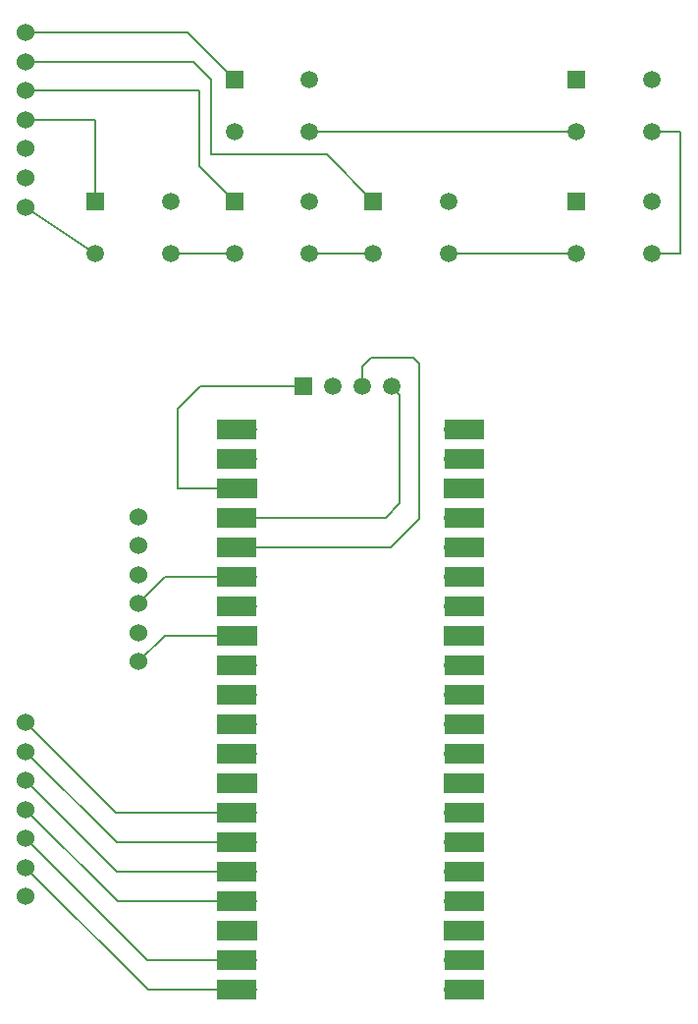
<source format=gbr>
%TF.GenerationSoftware,KiCad,Pcbnew,8.0.4*%
%TF.CreationDate,2024-08-20T15:20:12-04:00*%
%TF.ProjectId,gameconsole,67616d65-636f-46e7-936f-6c652e6b6963,rev?*%
%TF.SameCoordinates,Original*%
%TF.FileFunction,Copper,L1,Top*%
%TF.FilePolarity,Positive*%
%FSLAX46Y46*%
G04 Gerber Fmt 4.6, Leading zero omitted, Abs format (unit mm)*
G04 Created by KiCad (PCBNEW 8.0.4) date 2024-08-20 15:20:12*
%MOMM*%
%LPD*%
G01*
G04 APERTURE LIST*
%TA.AperFunction,EtchedComponent*%
%ADD10C,0.200000*%
%TD*%
%TA.AperFunction,ComponentPad*%
%ADD11C,1.524000*%
%TD*%
%TA.AperFunction,ComponentPad*%
%ADD12C,1.498000*%
%TD*%
%TA.AperFunction,ComponentPad*%
%ADD13R,1.498000X1.498000*%
%TD*%
%TA.AperFunction,ComponentPad*%
%ADD14R,1.508000X1.508000*%
%TD*%
%TA.AperFunction,ComponentPad*%
%ADD15C,1.508000*%
%TD*%
%TA.AperFunction,ComponentPad*%
%ADD16O,1.700000X1.700000*%
%TD*%
%TA.AperFunction,SMDPad,CuDef*%
%ADD17R,3.500000X1.700000*%
%TD*%
%TA.AperFunction,ComponentPad*%
%ADD18R,1.700000X1.700000*%
%TD*%
%TA.AperFunction,Conductor*%
%ADD19C,0.200000*%
%TD*%
G04 APERTURE END LIST*
D10*
%TO.C,U*%
X158075000Y-83275000D02*
X158075000Y-72775000D01*
X158075000Y-72775000D02*
X155575000Y-72775000D01*
X155575000Y-83275000D02*
X158075000Y-83275000D01*
X149075000Y-72775000D02*
X126075000Y-72775000D01*
X138075000Y-83275000D02*
X149075000Y-83275000D01*
X131575000Y-78775000D02*
X127575000Y-74775000D01*
X127575000Y-74775000D02*
X117575000Y-74775000D01*
X126075000Y-83275000D02*
X131575000Y-83275000D01*
X119575000Y-78775000D02*
X116575000Y-75775000D01*
X119575000Y-68275000D02*
X115575000Y-64275000D01*
X117575000Y-74775000D02*
X117575000Y-68275000D01*
X117575000Y-68275000D02*
X116075000Y-66775000D01*
X116575000Y-75775000D02*
X116575000Y-69275000D01*
X116575000Y-69275000D02*
X101575000Y-69275000D01*
X116075000Y-66775000D02*
X101575000Y-66775000D01*
X115575000Y-64275000D02*
X101575000Y-64275000D01*
X114075000Y-83275000D02*
X119575000Y-83275000D01*
X107575000Y-78775000D02*
X107575000Y-71775000D01*
X107575000Y-71775000D02*
X101575000Y-71775000D01*
X101575000Y-79275000D02*
X107575000Y-83275000D01*
%TD*%
D11*
%TO.P,U,11*%
%TO.N,N/C*%
X101575000Y-76775000D03*
%TO.P,U,10*%
X101575000Y-74275000D03*
%TO.P,U,9*%
X101575000Y-71775000D03*
%TO.P,U,8*%
X101575000Y-69275000D03*
%TO.P,U,7*%
X101575000Y-66775000D03*
%TO.P,U,6*%
X101575000Y-64275000D03*
%TO.P,U,5*%
X101575000Y-79275000D03*
D12*
%TO.P,U,4*%
X155575000Y-83275000D03*
X155575000Y-72775000D03*
X138075000Y-83275000D03*
X126075000Y-83275000D03*
X126075000Y-72775000D03*
X114075000Y-83275000D03*
%TO.P,U,3*%
X149075000Y-83275000D03*
X149075000Y-72775000D03*
X131575000Y-83275000D03*
X119575000Y-83275000D03*
X119575000Y-72775000D03*
X107575000Y-83275000D03*
%TO.P,U,2*%
X155575000Y-78775000D03*
X155575000Y-68275000D03*
X138075000Y-78775000D03*
X126075000Y-78775000D03*
X126075000Y-68275000D03*
X114075000Y-78775000D03*
D13*
%TO.P,U,1*%
X149075000Y-78775000D03*
X149075000Y-68275000D03*
X131575000Y-78775000D03*
X119575000Y-78775000D03*
X119575000Y-68275000D03*
X107575000Y-78775000D03*
%TD*%
D14*
%TO.P,OLED1,1,GND*%
%TO.N,Net-(OLED1-GND)*%
X125500000Y-94700000D03*
D15*
%TO.P,OLED1,2,VCC*%
%TO.N,Net-(CONTROLLER1-VCC)*%
X128040000Y-94700000D03*
%TO.P,OLED1,3,SCL*%
%TO.N,Net-(OLED1-SCL)*%
X130580000Y-94700000D03*
%TO.P,OLED1,4,SDA*%
%TO.N,Net-(OLED1-SDA)*%
X133120000Y-94700000D03*
%TD*%
D11*
%TO.P,CONTROLLER1,1,UP*%
%TO.N,Net-(CONTROLLER1-UP)*%
X101610000Y-123700000D03*
%TO.P,CONTROLLER1,2,RIGHT*%
%TO.N,Net-(CONTROLLER1-RIGHT)*%
X101610000Y-126200000D03*
%TO.P,CONTROLLER1,3,DOWN*%
%TO.N,Net-(CONTROLLER1-DOWN)*%
X101610000Y-128700000D03*
%TO.P,CONTROLLER1,4,LEFT*%
%TO.N,Net-(CONTROLLER1-LEFT)*%
X101610000Y-131200000D03*
%TO.P,CONTROLLER1,5,ALPHA*%
%TO.N,Net-(CONTROLLER1-ALPHA)*%
X101610000Y-133700000D03*
%TO.P,CONTROLLER1,6,BETA*%
%TO.N,Net-(CONTROLLER1-BETA)*%
X101610000Y-136200000D03*
%TO.P,CONTROLLER1,7,VCC*%
%TO.N,Net-(CONTROLLER1-VCC)*%
X101610000Y-138700000D03*
%TD*%
D16*
%TO.P,PICO1,1,GPIO0*%
%TO.N,unconnected-(PICO1-GPIO0-Pad1)*%
X120720000Y-98460000D03*
D17*
X119820000Y-98460000D03*
D16*
%TO.P,PICO1,2,GPIO1*%
%TO.N,unconnected-(PICO1-GPIO1-Pad2)*%
X120720000Y-101000000D03*
D17*
X119820000Y-101000000D03*
D18*
%TO.P,PICO1,3,GND*%
%TO.N,Net-(OLED1-GND)*%
X120720000Y-103540000D03*
D17*
X119820000Y-103540000D03*
D16*
%TO.P,PICO1,4,GPIO2*%
%TO.N,Net-(OLED1-SDA)*%
X120720000Y-106080000D03*
D17*
X119820000Y-106080000D03*
D16*
%TO.P,PICO1,5,GPIO3*%
%TO.N,Net-(OLED1-SCL)*%
X120720000Y-108620000D03*
D17*
X119820000Y-108620000D03*
D16*
%TO.P,PICO1,6,GPIO4*%
%TO.N,Net-(PICO1-GPIO4)*%
X120720000Y-111160000D03*
D17*
X119820000Y-111160000D03*
D16*
%TO.P,PICO1,7,GPIO5*%
%TO.N,Net-(PICO1-GPIO5)*%
X120720000Y-113700000D03*
D17*
X119820000Y-113700000D03*
D18*
%TO.P,PICO1,8,GND*%
%TO.N,Net-(SDCARD1-GND)*%
X120720000Y-116240000D03*
D17*
X119820000Y-116240000D03*
D16*
%TO.P,PICO1,9,GPIO6*%
%TO.N,Net-(PICO1-GPIO6)*%
X120720000Y-118780000D03*
D17*
X119820000Y-118780000D03*
D16*
%TO.P,PICO1,10,GPIO7*%
%TO.N,Net-(PICO1-GPIO7)*%
X120720000Y-121320000D03*
D17*
X119820000Y-121320000D03*
D16*
%TO.P,PICO1,11,GPIO8*%
%TO.N,unconnected-(PICO1-GPIO8-Pad11)*%
X120720000Y-123860000D03*
D17*
X119820000Y-123860000D03*
D16*
%TO.P,PICO1,12,GPIO9*%
%TO.N,unconnected-(PICO1-GPIO9-Pad12)*%
X120720000Y-126400000D03*
D17*
X119820000Y-126400000D03*
D18*
%TO.P,PICO1,13,GND*%
%TO.N,unconnected-(PICO1-GND-Pad13)*%
X120720000Y-128940000D03*
D17*
X119820000Y-128940000D03*
D16*
%TO.P,PICO1,14,GPIO10*%
%TO.N,Net-(CONTROLLER1-UP)*%
X120720000Y-131480000D03*
D17*
X119820000Y-131480000D03*
D16*
%TO.P,PICO1,15,GPIO11*%
%TO.N,Net-(CONTROLLER1-RIGHT)*%
X120720000Y-134020000D03*
D17*
X119820000Y-134020000D03*
D16*
%TO.P,PICO1,16,GPIO12*%
%TO.N,Net-(CONTROLLER1-DOWN)*%
X120720000Y-136560000D03*
D17*
X119820000Y-136560000D03*
D16*
%TO.P,PICO1,17,GPIO13*%
%TO.N,Net-(CONTROLLER1-LEFT)*%
X120720000Y-139100000D03*
D17*
X119820000Y-139100000D03*
D18*
%TO.P,PICO1,18,GND*%
%TO.N,unconnected-(PICO1-GND-Pad18)*%
X120720000Y-141640000D03*
D17*
X119820000Y-141640000D03*
D16*
%TO.P,PICO1,19,GPIO14*%
%TO.N,Net-(CONTROLLER1-ALPHA)*%
X120720000Y-144180000D03*
D17*
X119820000Y-144180000D03*
D16*
%TO.P,PICO1,20,GPIO15*%
%TO.N,Net-(CONTROLLER1-BETA)*%
X120720000Y-146720000D03*
D17*
X119820000Y-146720000D03*
D16*
%TO.P,PICO1,21,GPIO16*%
%TO.N,unconnected-(PICO1-GPIO16-Pad21)*%
X138500000Y-146720000D03*
D17*
X139400000Y-146720000D03*
D16*
%TO.P,PICO1,22,GPIO17*%
%TO.N,unconnected-(PICO1-GPIO17-Pad22)*%
X138500000Y-144180000D03*
D17*
X139400000Y-144180000D03*
D18*
%TO.P,PICO1,23,GND*%
%TO.N,unconnected-(PICO1-GND-Pad23)*%
X138500000Y-141640000D03*
D17*
X139400000Y-141640000D03*
D16*
%TO.P,PICO1,24,GPIO18*%
%TO.N,unconnected-(PICO1-GPIO18-Pad24)*%
X138500000Y-139100000D03*
D17*
X139400000Y-139100000D03*
D16*
%TO.P,PICO1,25,GPIO19*%
%TO.N,unconnected-(PICO1-GPIO19-Pad25)*%
X138500000Y-136560000D03*
D17*
X139400000Y-136560000D03*
D16*
%TO.P,PICO1,26,GPIO20*%
%TO.N,unconnected-(PICO1-GPIO20-Pad26)*%
X138500000Y-134020000D03*
D17*
X139400000Y-134020000D03*
D16*
%TO.P,PICO1,27,GPIO21*%
%TO.N,unconnected-(PICO1-GPIO21-Pad27)*%
X138500000Y-131480000D03*
D17*
X139400000Y-131480000D03*
D18*
%TO.P,PICO1,28,GND*%
%TO.N,unconnected-(PICO1-GND-Pad28)*%
X138500000Y-128940000D03*
D17*
X139400000Y-128940000D03*
D16*
%TO.P,PICO1,29,GPIO22*%
%TO.N,unconnected-(PICO1-GPIO22-Pad29)*%
X138500000Y-126400000D03*
D17*
X139400000Y-126400000D03*
D16*
%TO.P,PICO1,30,RUN*%
%TO.N,unconnected-(PICO1-RUN-Pad30)*%
X138500000Y-123860000D03*
D17*
X139400000Y-123860000D03*
D16*
%TO.P,PICO1,31,GPIO26_ADC0*%
%TO.N,unconnected-(PICO1-GPIO26_ADC0-Pad31)*%
X138500000Y-121320000D03*
D17*
X139400000Y-121320000D03*
D16*
%TO.P,PICO1,32,GPIO27_ADC1*%
%TO.N,unconnected-(PICO1-GPIO27_ADC1-Pad32)*%
X138500000Y-118780000D03*
D17*
X139400000Y-118780000D03*
D18*
%TO.P,PICO1,33,AGND*%
%TO.N,unconnected-(PICO1-AGND-Pad33)*%
X138500000Y-116240000D03*
D17*
X139400000Y-116240000D03*
D16*
%TO.P,PICO1,34,GPIO28_ADC2*%
%TO.N,unconnected-(PICO1-GPIO28_ADC2-Pad34)*%
X138500000Y-113700000D03*
D17*
X139400000Y-113700000D03*
D16*
%TO.P,PICO1,35,ADC_VREF*%
%TO.N,unconnected-(PICO1-ADC_VREF-Pad35)*%
X138500000Y-111160000D03*
D17*
X139400000Y-111160000D03*
D16*
%TO.P,PICO1,36,3V3*%
%TO.N,unconnected-(PICO1-3V3-Pad36)*%
X138500000Y-108620000D03*
D17*
X139400000Y-108620000D03*
D16*
%TO.P,PICO1,37,3V3_EN*%
%TO.N,unconnected-(PICO1-3V3_EN-Pad37)*%
X138500000Y-106080000D03*
D17*
X139400000Y-106080000D03*
D18*
%TO.P,PICO1,38,GND*%
%TO.N,unconnected-(PICO1-GND-Pad38)*%
X138500000Y-103540000D03*
D17*
X139400000Y-103540000D03*
D16*
%TO.P,PICO1,39,VSYS*%
%TO.N,Net-(CONTROLLER1-VCC)*%
X138500000Y-101000000D03*
D17*
X139400000Y-101000000D03*
D16*
%TO.P,PICO1,40,VBUS*%
%TO.N,unconnected-(PICO1-VBUS-Pad40)*%
X138500000Y-98460000D03*
D17*
X139400000Y-98460000D03*
%TD*%
D11*
%TO.P,SDCARD1,1,CS*%
%TO.N,Net-(PICO1-GPIO5)*%
X111350000Y-105950000D03*
%TO.P,SDCARD1,2,SCK*%
%TO.N,Net-(PICO1-GPIO6)*%
X111350000Y-108450000D03*
%TO.P,SDCARD1,3,MOSI*%
%TO.N,Net-(PICO1-GPIO7)*%
X111350000Y-110950000D03*
%TO.P,SDCARD1,4,MISO*%
%TO.N,Net-(PICO1-GPIO4)*%
X111350000Y-113450000D03*
%TO.P,SDCARD1,5,VCC*%
%TO.N,Net-(CONTROLLER1-VCC)*%
X111350000Y-115950000D03*
%TO.P,SDCARD1,6,GND*%
%TO.N,Net-(SDCARD1-GND)*%
X111350000Y-118450000D03*
%TD*%
D19*
%TO.N,Net-(CONTROLLER1-ALPHA)*%
X101610000Y-133700000D02*
X112090000Y-144180000D01*
X112090000Y-144180000D02*
X120720000Y-144180000D01*
%TO.N,Net-(CONTROLLER1-LEFT)*%
X109510000Y-139100000D02*
X120720000Y-139100000D01*
X101610000Y-131200000D02*
X109510000Y-139100000D01*
%TO.N,Net-(CONTROLLER1-UP)*%
X109390000Y-131480000D02*
X120720000Y-131480000D01*
X101610000Y-123700000D02*
X109390000Y-131480000D01*
%TO.N,Net-(CONTROLLER1-RIGHT)*%
X101610000Y-126200000D02*
X109430000Y-134020000D01*
X109430000Y-134020000D02*
X120720000Y-134020000D01*
%TO.N,Net-(CONTROLLER1-BETA)*%
X112130000Y-146720000D02*
X120720000Y-146720000D01*
X101610000Y-136200000D02*
X112130000Y-146720000D01*
%TO.N,Net-(CONTROLLER1-DOWN)*%
X109470000Y-136560000D02*
X120720000Y-136560000D01*
X101610000Y-128700000D02*
X109470000Y-136560000D01*
%TO.N,Net-(OLED1-SDA)*%
X132620000Y-106080000D02*
X120720000Y-106080000D01*
X133874000Y-95454000D02*
X133874000Y-104826000D01*
X133874000Y-104826000D02*
X132620000Y-106080000D01*
X133120000Y-94700000D02*
X133874000Y-95454000D01*
%TO.N,Net-(OLED1-GND)*%
X114667607Y-103540000D02*
X120720000Y-103540000D01*
X116616329Y-94700000D02*
X114667607Y-96648722D01*
X125500000Y-94700000D02*
X116616329Y-94700000D01*
X114667607Y-96648722D02*
X114667607Y-103540000D01*
%TO.N,Net-(OLED1-SCL)*%
X133080000Y-108620000D02*
X120720000Y-108620000D01*
X135561068Y-106138932D02*
X133080000Y-108620000D01*
X130580000Y-93070049D02*
X131416860Y-92233189D01*
X130580000Y-94700000D02*
X130580000Y-93070049D01*
X135033189Y-92233189D02*
X135561068Y-92761068D01*
X131416860Y-92233189D02*
X135033189Y-92233189D01*
X135561068Y-92761068D02*
X135561068Y-106138932D01*
%TO.N,Net-(PICO1-GPIO4)*%
X111350000Y-113450000D02*
X113640000Y-111160000D01*
X120260000Y-110700000D02*
X120720000Y-111160000D01*
X113640000Y-111160000D02*
X120720000Y-111160000D01*
%TO.N,Net-(SDCARD1-GND)*%
X111350000Y-118450000D02*
X113560000Y-116240000D01*
X113560000Y-116240000D02*
X120720000Y-116240000D01*
%TD*%
M02*

</source>
